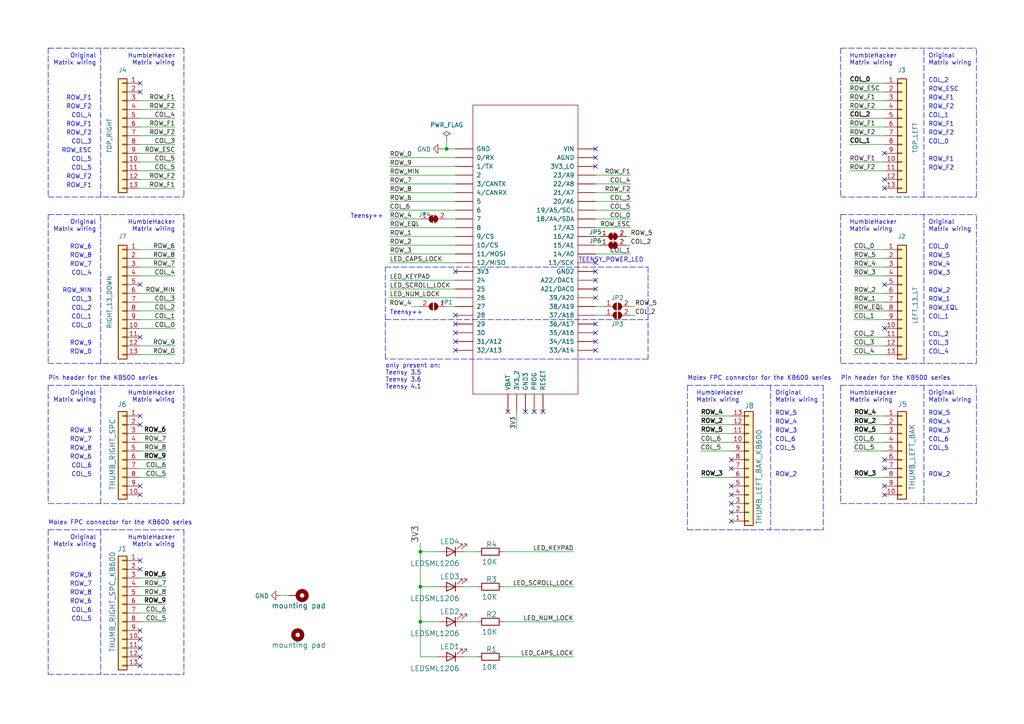
<source format=kicad_sch>
(kicad_sch (version 20211123) (generator eeschema)
  (paper "A4")
  (title_block (title "kinT keyboard controller") (date "2021-04-25") (company "Michael Stapelberg") (comment 1 "https://github.com/kinx-project/kint"))
  (lib_symbols
    (symbol "Connector_Generic:Conn_01x10" (pin_names (offset 1.016) hide)
      (property "Reference" "J" (at 0 12.7 0))
      (property "Value" "Conn_01x10" (at 0 -15.24 0))
      (symbol "Conn_01x10_1_1"
        (rectangle (start -1.27 -12.573) (end 0 -12.827) (stroke (width 0.1524)))
        (rectangle (start -1.27 -10.033) (end 0 -10.287) (stroke (width 0.1524)))
        (rectangle (start -1.27 -7.493) (end 0 -7.747) (stroke (width 0.1524)))
        (rectangle (start -1.27 -4.953) (end 0 -5.207) (stroke (width 0.1524)))
        (rectangle (start -1.27 -2.413) (end 0 -2.667) (stroke (width 0.1524)))
        (rectangle (start -1.27 0.127) (end 0 -0.127) (stroke (width 0.1524)))
        (rectangle (start -1.27 2.667) (end 0 2.413) (stroke (width 0.1524)))
        (rectangle (start -1.27 5.207) (end 0 4.953) (stroke (width 0.1524)))
        (rectangle (start -1.27 7.747) (end 0 7.493) (stroke (width 0.1524)))
        (rectangle (start -1.27 10.287) (end 0 10.033) (stroke (width 0.1524)))
        (rectangle (start -1.27 11.43) (end 1.27 -13.97) (stroke (width 0.254)) (fill (type background)))
        (pin passive line (at -5.08 10.16 0) (length 3.81) (name "Pin_1") (number "1"))
        (pin passive line (at -5.08 -12.7 0) (length 3.81) (name "Pin_10") (number "10"))
        (pin passive line (at -5.08 7.62 0) (length 3.81) (name "Pin_2") (number "2"))
        (pin passive line (at -5.08 5.08 0) (length 3.81) (name "Pin_3") (number "3"))
        (pin passive line (at -5.08 2.54 0) (length 3.81) (name "Pin_4") (number "4"))
        (pin passive line (at -5.08 0 0) (length 3.81) (name "Pin_5") (number "5"))
        (pin passive line (at -5.08 -2.54 0) (length 3.81) (name "Pin_6") (number "6"))
        (pin passive line (at -5.08 -5.08 0) (length 3.81) (name "Pin_7") (number "7"))
        (pin passive line (at -5.08 -7.62 0) (length 3.81) (name "Pin_8") (number "8"))
        (pin passive line (at -5.08 -10.16 0) (length 3.81) (name "Pin_9") (number "9"))
      )
    )
    (symbol "Connector_Generic:Conn_01x13" (pin_names (offset 1.016) hide)
      (property "Reference" "J" (at 0 17.78 0))
      (property "Value" "Conn_01x13" (at 0 -17.78 0))
      (symbol "Conn_01x13_1_1"
        (rectangle (start -1.27 -15.113) (end 0 -15.367) (stroke (width 0.1524)))
        (rectangle (start -1.27 -12.573) (end 0 -12.827) (stroke (width 0.1524)))
        (rectangle (start -1.27 -10.033) (end 0 -10.287) (stroke (width 0.1524)))
        (rectangle (start -1.27 -7.493) (end 0 -7.747) (stroke (width 0.1524)))
        (rectangle (start -1.27 -4.953) (end 0 -5.207) (stroke (width 0.1524)))
        (rectangle (start -1.27 -2.413) (end 0 -2.667) (stroke (width 0.1524)))
        (rectangle (start -1.27 0.127) (end 0 -0.127) (stroke (width 0.1524)))
        (rectangle (start -1.27 2.667) (end 0 2.413) (stroke (width 0.1524)))
        (rectangle (start -1.27 5.207) (end 0 4.953) (stroke (width 0.1524)))
        (rectangle (start -1.27 7.747) (end 0 7.493) (stroke (width 0.1524)))
        (rectangle (start -1.27 10.287) (end 0 10.033) (stroke (width 0.1524)))
        (rectangle (start -1.27 12.827) (end 0 12.573) (stroke (width 0.1524)))
        (rectangle (start -1.27 15.367) (end 0 15.113) (stroke (width 0.1524)))
        (rectangle (start -1.27 16.51) (end 1.27 -16.51) (stroke (width 0.254)) (fill (type background)))
        (pin passive line (at -5.08 15.24 0) (length 3.81) (name "Pin_1") (number "1"))
        (pin passive line (at -5.08 -7.62 0) (length 3.81) (name "Pin_10") (number "10"))
        (pin passive line (at -5.08 -10.16 0) (length 3.81) (name "Pin_11") (number "11"))
        (pin passive line (at -5.08 -12.7 0) (length 3.81) (name "Pin_12") (number "12"))
        (pin passive line (at -5.08 -15.24 0) (length 3.81) (name "Pin_13") (number "13"))
        (pin passive line (at -5.08 12.7 0) (length 3.81) (name "Pin_2") (number "2"))
        (pin passive line (at -5.08 10.16 0) (length 3.81) (name "Pin_3") (number "3"))
        (pin passive line (at -5.08 7.62 0) (length 3.81) (name "Pin_4") (number "4"))
        (pin passive line (at -5.08 5.08 0) (length 3.81) (name "Pin_5") (number "5"))
        (pin passive line (at -5.08 2.54 0) (length 3.81) (name "Pin_6") (number "6"))
        (pin passive line (at -5.08 0 0) (length 3.81) (name "Pin_7") (number "7"))
        (pin passive line (at -5.08 -2.54 0) (length 3.81) (name "Pin_8") (number "8"))
        (pin passive line (at -5.08 -5.08 0) (length 3.81) (name "Pin_9") (number "9"))
      )
    )
    (symbol "Device:LED" (pin_numbers hide) (pin_names (offset 1.016) hide)
      (property "Reference" "D" (at 0 2.54 0))
      (property "Value" "LED" (at 0 -2.54 0))
      (symbol "LED_0_1"
        (polyline (pts (xy -1.27 -1.27) (xy -1.27 1.27)) (stroke (width 0.254)))
        (polyline (pts (xy -1.27 0) (xy 1.27 0)))
        (polyline (pts (xy 1.27 -1.27) (xy 1.27 1.27) (xy -1.27 0) (xy 1.27 -1.27)) (stroke (width 0.254)))
        (polyline (pts (xy -3.048 -0.762) (xy -4.572 -2.286) (xy -3.81 -2.286) (xy -4.572 -2.286) (xy -4.572 -1.524)))
        (polyline (pts (xy -1.778 -0.762) (xy -3.302 -2.286) (xy -2.54 -2.286) (xy -3.302 -2.286) (xy -3.302 -1.524)))
      )
      (symbol "LED_1_1"
        (pin passive line (at -3.81 0 0) (length 2.54) (name "K") (number "1"))
        (pin passive line (at 3.81 0 180) (length 2.54) (name "A") (number "2"))
      )
    )
    (symbol "Device:R" (pin_numbers hide) (pin_names (offset 0))
      (property "Reference" "R" (at 2.032 0 90))
      (property "Value" "R" (at 0 0 90))
      (symbol "R_0_1"
        (rectangle (start -1.016 -2.54) (end 1.016 2.54) (stroke (width 0.254)))
      )
      (symbol "R_1_1"
        (pin passive line (at 0 3.81 270) (length 1.27) (name "~") (number "1"))
        (pin passive line (at 0 -3.81 90) (length 1.27) (name "~") (number "2"))
      )
    )
    (symbol "Jumper:SolderJumper_2_Bridged" (pin_names (offset 0) hide)
      (property "Reference" "JP" (at 0 2.032 0))
      (property "Value" "SolderJumper_2_Bridged" (at 0 -2.54 0))
      (symbol "SolderJumper_2_Bridged_0_1"
        (rectangle (start -0.508 0.508) (end 0.508 -0.508) (fill (type outline)))
        (arc (start -0.254 1.016) (mid -1.27 0) (end -0.254 -1.016))
        (arc (start -0.254 1.016) (mid -1.27 0) (end -0.254 -1.016) (fill (type outline)))
        (polyline (pts (xy -0.254 1.016) (xy -0.254 -1.016)))
        (polyline (pts (xy 0.254 1.016) (xy 0.254 -1.016)))
        (arc (start 0.254 -1.016) (mid 1.27 0) (end 0.254 1.016))
        (arc (start 0.254 -1.016) (mid 1.27 0) (end 0.254 1.016) (fill (type outline)))
      )
      (symbol "SolderJumper_2_Bridged_1_1"
        (pin passive line (at -3.81 0 0) (length 2.54) (name "A") (number "1"))
        (pin passive line (at 3.81 0 180) (length 2.54) (name "B") (number "2"))
      )
    )
    (symbol "Jumper:SolderJumper_2_Open" (pin_names (offset 0) hide)
      (property "Reference" "JP" (at 0 2.032 0))
      (property "Value" "SolderJumper_2_Open" (at 0 -2.54 0))
      (symbol "SolderJumper_2_Open_0_1"
        (arc (start -0.254 1.016) (mid -1.27 0) (end -0.254 -1.016))
        (arc (start -0.254 1.016) (mid -1.27 0) (end -0.254 -1.016) (fill (type outline)))
        (polyline (pts (xy -0.254 1.016) (xy -0.254 -1.016)))
        (polyline (pts (xy 0.254 1.016) (xy 0.254 -1.016)))
        (arc (start 0.254 -1.016) (mid 1.27 0) (end 0.254 1.016))
        (arc (start 0.254 -1.016) (mid 1.27 0) (end 0.254 1.016) (fill (type outline)))
      )
      (symbol "SolderJumper_2_Open_1_1"
        (pin passive line (at -3.81 0 0) (length 2.54) (name "A") (number "1"))
        (pin passive line (at 3.81 0 180) (length 2.54) (name "B") (number "2"))
      )
    )
    (symbol "Mechanical:MountingHole" (pin_names (offset 1.016))
      (property "Reference" "H" (at 0 5.08 0))
      (property "Value" "MountingHole" (at 0 3.175 0))
      (symbol "MountingHole_0_1"
        (circle (center 0 0) (radius 1.27) (stroke (width 1.27)))
      )
    )
    (symbol "Mechanical:MountingHole_Pad" (pin_numbers hide) (pin_names (offset 1.016) hide)
      (property "Reference" "H" (at 0 6.35 0))
      (property "Value" "MountingHole_Pad" (at 0 4.445 0))
      (symbol "MountingHole_Pad_0_1"
        (circle (center 0 1.27) (radius 1.27) (stroke (width 1.27)))
      )
      (symbol "MountingHole_Pad_1_1"
        (pin input line (at 0 -2.54 90) (length 2.54) (name "1") (number "1"))
      )
    )
    (symbol "kinx-eagle-import:TEENSY_3.5_3.6" (pin_names (offset 1.016))
      (symbol "TEENSY_3.5_3.6_1_0"
        (polyline (pts (xy -15.24 -58.42) (xy 15.24 -58.42)))
        (polyline (pts (xy -15.24 25.4) (xy -15.24 -58.42)))
        (polyline (pts (xy -15.24 25.4) (xy 15.24 25.4)))
        (polyline (pts (xy 15.24 25.4) (xy 15.24 -58.42)))
        (pin bidirectional line (at -20.32 10.16 0) (length 5.08) (name "0/RX") (number "0/RX"))
        (pin bidirectional line (at -20.32 7.62 0) (length 5.08) (name "1/TX") (number "1/TX"))
        (pin bidirectional line (at -20.32 -15.24 0) (length 5.08) (name "10/CS") (number "10/CS"))
        (pin bidirectional line (at -20.32 -17.78 0) (length 5.08) (name "11/MOSI") (number "11/MOSI"))
        (pin bidirectional line (at -20.32 -20.32 0) (length 5.08) (name "12/MISO") (number "12/MISO"))
        (pin bidirectional line (at 20.32 -20.32 180) (length 5.08) (name "13/SCK") (number "13/SCK"))
        (pin bidirectional line (at 20.32 -17.78 180) (length 5.08) (name "14/A0") (number "14/A0"))
        (pin bidirectional line (at 20.32 -15.24 180) (length 5.08) (name "15/A1") (number "15/A1"))
        (pin bidirectional line (at 20.32 -12.7 180) (length 5.08) (name "16/A2") (number "16/A2"))
        (pin bidirectional line (at 20.32 -10.16 180) (length 5.08) (name "17/A3") (number "17/A3"))
        (pin bidirectional line (at 20.32 -7.62 180) (length 5.08) (name "18/A4/SDA") (number "18/A4/SDA"))
        (pin bidirectional line (at 20.32 -5.08 180) (length 5.08) (name "19/A5/SCL") (number "19/A5/SCL"))
        (pin bidirectional line (at -20.32 5.08 0) (length 5.08) (name "2") (number "2"))
        (pin bidirectional line (at 20.32 -2.54 180) (length 5.08) (name "20/A6") (number "20/A6"))
        (pin bidirectional line (at 20.32 0 180) (length 5.08) (name "21/A7") (number "21/A7"))
        (pin bidirectional line (at 20.32 -27.94 180) (length 5.08) (name "A21/DAC0") (number "21/DAC0"))
        (pin bidirectional line (at 20.32 2.54 180) (length 5.08) (name "22/A8") (number "22/A8"))
        (pin bidirectional line (at 20.32 5.08 180) (length 5.08) (name "23/A9") (number "23/A9"))
        (pin bidirectional line (at -20.32 -25.4 0) (length 5.08) (name "24") (number "24"))
        (pin bidirectional line (at -20.32 -27.94 0) (length 5.08) (name "25") (number "25"))
        (pin bidirectional line (at -20.32 -30.48 0) (length 5.08) (name "26") (number "26"))
        (pin bidirectional line (at -20.32 -33.02 0) (length 5.08) (name "27") (number "27"))
        (pin bidirectional line (at -20.32 -35.56 0) (length 5.08) (name "28") (number "28"))
        (pin bidirectional line (at -20.32 -38.1 0) (length 5.08) (name "29") (number "29"))
        (pin bidirectional line (at -20.32 2.54 0) (length 5.08) (name "3/CANTX") (number "3/CANTX"))
        (pin bidirectional line (at -20.32 -40.64 0) (length 5.08) (name "30") (number "30"))
        (pin bidirectional line (at -20.32 -43.18 0) (length 5.08) (name "31/A12") (number "31/A12"))
        (pin bidirectional line (at -20.32 -45.72 0) (length 5.08) (name "32/A13") (number "32/A13"))
        (pin bidirectional line (at 20.32 -45.72 180) (length 5.08) (name "33/A14") (number "33/A14"))
        (pin bidirectional line (at 20.32 -43.18 180) (length 5.08) (name "34/A15") (number "34/A15"))
        (pin bidirectional line (at 20.32 -40.64 180) (length 5.08) (name "35/A16") (number "35/A16"))
        (pin bidirectional line (at 20.32 -38.1 180) (length 5.08) (name "36/A17") (number "36/A17"))
        (pin bidirectional line (at 20.32 -35.56 180) (length 5.08) (name "37/A18") (number "37/A18"))
        (pin bidirectional line (at 20.32 -33.02 180) (length 5.08) (name "38/A19") (number "38/A19"))
        (pin bidirectional line (at 20.32 -30.48 180) (length 5.08) (name "39/A20") (number "39/A20"))
        (pin bidirectional line (at -20.32 -22.86 0) (length 5.08) (name "3V3") (number "3V3"))
        (pin bidirectional line (at -2.54 -63.5 90) (length 5.08) (name "3V3_2") (number "3V3_2"))
        (pin bidirectional line (at 20.32 7.62 180) (length 5.08) (name "3V3_LO") (number "3V3_LO"))
        (pin bidirectional line (at -20.32 0 0) (length 5.08) (name "4/CANRX") (number "4/CANRX"))
        (pin bidirectional line (at -20.32 -2.54 0) (length 5.08) (name "5") (number "5"))
        (pin bidirectional line (at -20.32 -5.08 0) (length 5.08) (name "6") (number "6"))
        (pin bidirectional line (at -20.32 -7.62 0) (length 5.08) (name "7") (number "7"))
        (pin bidirectional line (at -20.32 -10.16 0) (length 5.08) (name "8") (number "8"))
        (pin bidirectional line (at -20.32 -12.7 0) (length 5.08) (name "9/CS") (number "9/CS"))
        (pin bidirectional line (at 20.32 -25.4 180) (length 5.08) (name "A22/DAC1") (number "A22/DAC1"))
        (pin bidirectional line (at 20.32 10.16 180) (length 5.08) (name "AGND") (number "AGND"))
        (pin bidirectional line (at -20.32 12.7 0) (length 5.08) (name "GND") (number "GND"))
        (pin bidirectional line (at 20.32 -22.86 180) (length 5.08) (name "GND2") (number "GND2"))
        (pin bidirectional line (at 0 -63.5 90) (length 5.08) (name "GND3") (number "GND3"))
        (pin bidirectional line (at 2.54 -63.5 90) (length 5.08) (name "PROG") (number "PROG"))
        (pin bidirectional line (at 5.08 -63.5 90) (length 5.08) (name "RESET") (number "RESET"))
        (pin bidirectional line (at -5.08 -63.5 90) (length 5.08) (name "VBAT") (number "VBAT"))
        (pin bidirectional line (at 20.32 12.7 180) (length 5.08) (name "VIN") (number "VIN"))
      )
    )
    (symbol "power:GND" (power) (pin_names (offset 0))
      (property "Value" "GND" (at 0 -3.81 0))
      (symbol "GND_0_1"
        (polyline (pts (xy 0 0) (xy 0 -1.27) (xy 1.27 -1.27) (xy 0 -2.54) (xy -1.27 -1.27) (xy 0 -1.27)))
      )
      (symbol "GND_1_1"
        (pin power_in line (at 0 0 270) (length 0) hide (name "GND") (number "1"))
      )
    )
    (symbol "power:PWR_FLAG" (power) (pin_numbers hide) (pin_names (offset 0) hide)
      (property "Value" "PWR_FLAG" (at 0 3.81 0))
      (symbol "PWR_FLAG_0_0"
        (pin power_out line (at 0 0 90) (length 0) (name "pwr") (number "1"))
      )
      (symbol "PWR_FLAG_0_1"
        (polyline (pts (xy 0 0) (xy 0 1.27) (xy -1.016 1.905) (xy 0 2.54) (xy 1.016 1.905) (xy 0 1.27)))
      )
    )
  )
  (junction (at 121.92 170.18))
  (junction (at 121.92 160.02))
  (junction (at 121.92 180.34))
  (junction (at 129.54 43.18))
  (no_connect (at 172.72 78.74))
  (no_connect (at 172.72 86.36))
  (no_connect (at 256.54 52.07))
  (no_connect (at 256.54 133.35))
  (no_connect (at 172.72 81.28))
  (no_connect (at 256.54 143.51))
  (no_connect (at 212.09 135.89))
  (no_connect (at 212.09 143.51))
  (no_connect (at 172.72 96.52))
  (no_connect (at 256.54 140.97))
  (no_connect (at 212.09 146.05))
  (no_connect (at 132.08 99.06))
  (no_connect (at 40.64 182.88))
  (no_connect (at 256.54 54.61))
  (no_connect (at 40.64 26.67))
  (no_connect (at 172.72 48.26))
  (no_connect (at 172.72 93.98))
  (no_connect (at 256.54 44.45))
  (no_connect (at 132.08 101.6))
  (no_connect (at 40.64 143.51))
  (no_connect (at 172.72 83.82))
  (no_connect (at 40.64 140.97))
  (no_connect (at 172.72 43.18))
  (no_connect (at 132.08 91.44))
  (no_connect (at 40.64 187.96))
  (no_connect (at 212.09 151.13))
  (no_connect (at 212.09 148.59))
  (no_connect (at 40.64 97.79))
  (no_connect (at 147.32 119.38))
  (no_connect (at 256.54 82.55))
  (no_connect (at 132.08 78.74))
  (no_connect (at 40.64 165.1))
  (no_connect (at 132.08 93.98))
  (no_connect (at 172.72 76.2))
  (no_connect (at 212.09 133.35))
  (no_connect (at 40.64 24.13))
  (no_connect (at 40.64 190.5))
  (no_connect (at 172.72 101.6))
  (no_connect (at 154.94 119.38))
  (no_connect (at 172.72 99.06))
  (no_connect (at 132.08 96.52))
  (no_connect (at 40.64 82.55))
  (no_connect (at 40.64 123.19))
  (no_connect (at 152.4 119.38))
  (no_connect (at 256.54 135.89))
  (no_connect (at 40.64 185.42))
  (no_connect (at 40.64 162.56))
  (no_connect (at 40.64 193.04))
  (no_connect (at 256.54 95.25))
  (no_connect (at 172.72 45.72))
  (no_connect (at 212.09 140.97))
  (no_connect (at 40.64 120.65))
  (no_connect (at 157.48 119.38))
  (wire (pts (xy 48.26 175.26) (xy 40.64 175.26)))
  (polyline (pts (xy 13.97 146.05) (xy 53.34 146.05)))
  (wire (pts (xy 246.38 34.29) (xy 256.54 34.29)))
  (wire (pts (xy 182.88 63.5) (xy 172.72 63.5)))
  (wire (pts (xy 134.62 190.5) (xy 138.43 190.5)))
  (wire (pts (xy 40.64 44.45) (xy 50.8 44.45)))
  (wire (pts (xy 113.03 81.28) (xy 132.08 81.28)))
  (polyline (pts (xy 243.84 62.23) (xy 243.84 105.41)))
  (wire (pts (xy 40.64 135.89) (xy 48.26 135.89)))
  (wire (pts (xy 121.92 160.02) (xy 121.92 157.48)))
  (wire (pts (xy 50.8 52.07) (xy 40.64 52.07)))
  (wire (pts (xy 132.08 58.42) (xy 113.03 58.42)))
  (wire (pts (xy 246.38 46.99) (xy 256.54 46.99)))
  (wire (pts (xy 48.26 180.34) (xy 40.64 180.34)))
  (wire (pts (xy 203.2 125.73) (xy 212.09 125.73)))
  (polyline (pts (xy 13.97 13.97) (xy 13.97 57.15)))
  (wire (pts (xy 184.15 88.9) (xy 182.88 88.9)))
  (polyline (pts (xy 283.21 57.15) (xy 283.21 13.97)))
  (wire (pts (xy 50.8 72.39) (xy 40.64 72.39)))
  (wire (pts (xy 246.38 31.75) (xy 256.54 31.75)))
  (polyline (pts (xy 29.21 57.15) (xy 29.21 13.97)))
  (polyline (pts (xy 111.76 77.47) (xy 187.96 77.47)))
  (wire (pts (xy 50.8 90.17) (xy 40.64 90.17)))
  (wire (pts (xy 246.38 36.83) (xy 256.54 36.83)))
  (polyline (pts (xy 223.52 111.76) (xy 223.52 153.67)))
  (wire (pts (xy 132.08 86.36) (xy 113.03 86.36)))
  (polyline (pts (xy 53.34 153.67) (xy 53.34 195.58)))
  (wire (pts (xy 113.03 76.2) (xy 132.08 76.2)))
  (wire (pts (xy 134.62 160.02) (xy 138.43 160.02)))
  (wire (pts (xy 247.65 125.73) (xy 256.54 125.73)))
  (wire (pts (xy 203.2 130.81) (xy 212.09 130.81)))
  (wire (pts (xy 50.8 102.87) (xy 40.64 102.87)))
  (wire (pts (xy 247.65 72.39) (xy 256.54 72.39)))
  (wire (pts (xy 81.28 172.72) (xy 83.82 172.72)))
  (polyline (pts (xy 53.34 13.97) (xy 53.34 57.15)))
  (polyline (pts (xy 199.39 111.76) (xy 199.39 153.67)))
  (wire (pts (xy 129.54 43.18) (xy 132.08 43.18)))
  (polyline (pts (xy 267.97 62.23) (xy 267.97 105.41)))
  (wire (pts (xy 146.05 160.02) (xy 166.37 160.02)))
  (wire (pts (xy 132.08 71.12) (xy 113.03 71.12)))
  (wire (pts (xy 40.64 49.53) (xy 50.8 49.53)))
  (wire (pts (xy 119.38 88.9) (xy 121.92 88.9)))
  (wire (pts (xy 247.65 100.33) (xy 256.54 100.33)))
  (wire (pts (xy 175.26 91.44) (xy 172.72 91.44)))
  (wire (pts (xy 212.09 123.19) (xy 203.2 123.19)))
  (polyline (pts (xy 243.84 13.97) (xy 243.84 57.15)))
  (wire (pts (xy 40.64 31.75) (xy 50.8 31.75)))
  (polyline (pts (xy 243.84 111.76) (xy 283.21 111.76)))
  (polyline (pts (xy 13.97 105.41) (xy 53.34 105.41)))
  (polyline (pts (xy 187.96 104.14) (xy 111.76 104.14)))
  (wire (pts (xy 203.2 120.65) (xy 212.09 120.65)))
  (wire (pts (xy 247.65 77.47) (xy 256.54 77.47)))
  (wire (pts (xy 113.03 68.58) (xy 132.08 68.58)))
  (wire (pts (xy 50.8 74.93) (xy 40.64 74.93)))
  (wire (pts (xy 173.99 71.12) (xy 172.72 71.12)))
  (polyline (pts (xy 243.84 13.97) (xy 283.21 13.97)))
  (wire (pts (xy 247.65 97.79) (xy 256.54 97.79)))
  (wire (pts (xy 175.26 88.9) (xy 172.72 88.9)))
  (wire (pts (xy 247.65 102.87) (xy 256.54 102.87)))
  (wire (pts (xy 121.92 160.02) (xy 121.92 170.18)))
  (polyline (pts (xy 243.84 57.15) (xy 283.21 57.15)))
  (wire (pts (xy 128.27 43.18) (xy 129.54 43.18)))
  (wire (pts (xy 146.05 190.5) (xy 166.37 190.5)))
  (wire (pts (xy 40.64 36.83) (xy 50.8 36.83)))
  (polyline (pts (xy 267.97 57.15) (xy 267.97 13.97)))
  (polyline (pts (xy 13.97 153.67) (xy 53.34 153.67)))
  (polyline (pts (xy 29.21 105.41) (xy 29.21 62.23)))
  (polyline (pts (xy 187.96 77.47) (xy 187.96 104.14)))
  (wire (pts (xy 127 160.02) (xy 121.92 160.02)))
  (wire (pts (xy 40.64 46.99) (xy 50.8 46.99)))
  (wire (pts (xy 48.26 133.35) (xy 40.64 133.35)))
  (wire (pts (xy 132.08 53.34) (xy 113.03 53.34)))
  (wire (pts (xy 182.88 73.66) (xy 172.72 73.66)))
  (wire (pts (xy 48.26 125.73) (xy 40.64 125.73)))
  (wire (pts (xy 48.26 138.43) (xy 40.64 138.43)))
  (wire (pts (xy 182.88 91.44) (xy 184.15 91.44)))
  (wire (pts (xy 246.38 29.21) (xy 256.54 29.21)))
  (wire (pts (xy 48.26 172.72) (xy 40.64 172.72)))
  (wire (pts (xy 129.54 40.64) (xy 129.54 43.18)))
  (polyline (pts (xy 13.97 153.67) (xy 13.97 195.58)))
  (wire (pts (xy 182.88 58.42) (xy 172.72 58.42)))
  (wire (pts (xy 50.8 100.33) (xy 40.64 100.33)))
  (wire (pts (xy 113.03 45.72) (xy 132.08 45.72)))
  (wire (pts (xy 246.38 24.13) (xy 256.54 24.13)))
  (wire (pts (xy 127 180.34) (xy 121.92 180.34)))
  (polyline (pts (xy 199.39 111.76) (xy 238.76 111.76)))
  (polyline (pts (xy 13.97 62.23) (xy 53.34 62.23)))
  (polyline (pts (xy 267.97 111.76) (xy 267.97 146.05)))
  (wire (pts (xy 113.03 50.8) (xy 132.08 50.8)))
  (wire (pts (xy 40.64 41.91) (xy 50.8 41.91)))
  (wire (pts (xy 182.88 68.58) (xy 181.61 68.58)))
  (polyline (pts (xy 243.84 146.05) (xy 283.21 146.05)))
  (wire (pts (xy 149.86 124.46) (xy 149.86 119.38)))
  (wire (pts (xy 40.64 77.47) (xy 50.8 77.47)))
  (polyline (pts (xy 283.21 146.05) (xy 283.21 111.76)))
  (wire (pts (xy 121.92 170.18) (xy 121.92 180.34)))
  (wire (pts (xy 132.08 48.26) (xy 113.03 48.26)))
  (polyline (pts (xy 53.34 146.05) (xy 53.34 111.76)))
  (wire (pts (xy 127 170.18) (xy 121.92 170.18)))
  (wire (pts (xy 146.05 170.18) (xy 166.37 170.18)))
  (wire (pts (xy 50.8 80.01) (xy 40.64 80.01)))
  (wire (pts (xy 50.8 87.63) (xy 40.64 87.63)))
  (wire (pts (xy 40.64 29.21) (xy 50.8 29.21)))
  (wire (pts (xy 134.62 180.34) (xy 138.43 180.34)))
  (wire (pts (xy 48.26 130.81) (xy 40.64 130.81)))
  (wire (pts (xy 48.26 170.18) (xy 40.64 170.18)))
  (wire (pts (xy 50.8 34.29) (xy 40.64 34.29)))
  (wire (pts (xy 113.03 66.04) (xy 132.08 66.04)))
  (wire (pts (xy 246.38 39.37) (xy 256.54 39.37)))
  (wire (pts (xy 50.8 54.61) (xy 40.64 54.61)))
  (polyline (pts (xy 13.97 195.58) (xy 53.34 195.58)))
  (wire (pts (xy 113.03 73.66) (xy 132.08 73.66)))
  (wire (pts (xy 173.99 68.58) (xy 172.72 68.58)))
  (wire (pts (xy 247.65 120.65) (xy 256.54 120.65)))
  (wire (pts (xy 113.03 55.88) (xy 132.08 55.88)))
  (wire (pts (xy 182.88 53.34) (xy 172.72 53.34)))
  (wire (pts (xy 48.26 167.64) (xy 40.64 167.64)))
  (wire (pts (xy 256.54 138.43) (xy 247.65 138.43)))
  (wire (pts (xy 247.65 87.63) (xy 256.54 87.63)))
  (wire (pts (xy 129.54 88.9) (xy 132.08 88.9)))
  (polyline (pts (xy 13.97 13.97) (xy 53.34 13.97)))
  (polyline (pts (xy 111.76 92.71) (xy 187.96 92.71)))
  (polyline (pts (xy 29.21 153.67) (xy 29.21 195.58)))
  (wire (pts (xy 247.65 90.17) (xy 256.54 90.17)))
  (wire (pts (xy 121.92 190.5) (xy 127 190.5)))
  (wire (pts (xy 40.64 92.71) (xy 50.8 92.71)))
  (wire (pts (xy 246.38 49.53) (xy 256.54 49.53)))
  (wire (pts (xy 182.88 60.96) (xy 172.72 60.96)))
  (polyline (pts (xy 243.84 111.76) (xy 243.84 146.05)))
  (wire (pts (xy 48.26 128.27) (xy 40.64 128.27)))
  (polyline (pts (xy 283.21 105.41) (xy 283.21 62.23)))
  (wire (pts (xy 246.38 41.91) (xy 256.54 41.91)))
  (wire (pts (xy 247.65 130.81) (xy 256.54 130.81)))
  (wire (pts (xy 247.65 92.71) (xy 256.54 92.71)))
  (polyline (pts (xy 13.97 62.23) (xy 13.97 105.41)))
  (polyline (pts (xy 199.39 153.67) (xy 238.76 153.67)))
  (wire (pts (xy 181.61 71.12) (xy 182.88 71.12)))
  (polyline (pts (xy 238.76 111.76) (xy 238.76 153.67)))
  (wire (pts (xy 121.92 180.34) (xy 121.92 190.5)))
  (polyline (pts (xy 53.34 62.23) (xy 53.34 105.41)))
  (wire (pts (xy 113.03 60.96) (xy 132.08 60.96)))
  (polyline (pts (xy 13.97 57.15) (xy 53.34 57.15)))
  (wire (pts (xy 246.38 26.67) (xy 256.54 26.67)))
  (wire (pts (xy 48.26 177.8) (xy 40.64 177.8)))
  (polyline (pts (xy 29.21 146.05) (xy 29.21 111.76)))
  (wire (pts (xy 182.88 55.88) (xy 172.72 55.88)))
  (wire (pts (xy 50.8 95.25) (xy 40.64 95.25)))
  (wire (pts (xy 212.09 138.43) (xy 203.2 138.43)))
  (polyline (pts (xy 243.84 62.23) (xy 283.21 62.23)))
  (wire (pts (xy 182.88 50.8) (xy 172.72 50.8)))
  (wire (pts (xy 113.03 63.5) (xy 121.92 63.5)))
  (polyline (pts (xy 243.84 105.41) (xy 283.21 105.41)))
  (wire (pts (xy 40.64 39.37) (xy 50.8 39.37)))
  (polyline (pts (xy 111.76 104.14) (xy 111.76 77.47)))
  (wire (pts (xy 212.09 128.27) (xy 203.2 128.27)))
  (wire (pts (xy 129.54 63.5) (xy 132.08 63.5)))
  (wire (pts (xy 247.65 85.09) (xy 256.54 85.09)))
  (wire (pts (xy 134.62 170.18) (xy 138.43 170.18)))
  (wire (pts (xy 247.65 80.01) (xy 256.54 80.01)))
  (wire (pts (xy 182.88 66.04) (xy 172.72 66.04)))
  (polyline (pts (xy 13.97 111.76) (xy 53.34 111.76)))
  (wire (pts (xy 256.54 128.27) (xy 247.65 128.27)))
  (wire (pts (xy 247.65 74.93) (xy 256.54 74.93)))
  (wire (pts (xy 146.05 180.34) (xy 166.37 180.34)))
  (wire (pts (xy 113.03 83.82) (xy 132.08 83.82)))
  (polyline (pts (xy 13.97 111.76) (xy 13.97 146.05)))
  (wire (pts (xy 256.54 123.19) (xy 247.65 123.19)))
  (wire (pts (xy 50.8 85.09) (xy 40.64 85.09)))
  (text "COL_1" (at 26.67 92.71 180) (effects (font (size 1.27 1.27)) (justify right bottom)))
  (text "HumbleHacker\nMatrix wiring" (at 50.8 19.05 180) (effects (font (size 1.27 1.27)) (justify right bottom)))
  (text "ROW_6" (at 26.67 133.35 180) (effects (font (size 1.27 1.27)) (justify right bottom)))
  (text "COL_5" (at 26.67 180.34 180) (effects (font (size 1.27 1.27)) (justify right bottom)))
  (text "ROW_3" (at 269.24 80.01 0) (effects (font (size 1.27 1.27)) (justify left bottom)))
  (text "COL_6" (at 269.24 128.27 0) (effects (font (size 1.27 1.27)) (justify left bottom)))
  (text "ROW_F2" (at 269.24 31.75 0) (effects (font (size 1.27 1.27)) (justify left bottom)))
  (text "ROW_7" (at 26.67 77.47 180) (effects (font (size 1.27 1.27)) (justify right bottom)))
  (text "ROW_ESC" (at 26.67 44.45 180) (effects (font (size 1.27 1.27)) (justify right bottom)))
  (text "Pin header for the KB500 series" (at 243.84 110.49 0) (effects (font (size 1.27 1.27)) (justify left bottom)))
  (text "ROW_8" (at 26.67 172.72 180) (effects (font (size 1.27 1.27)) (justify right bottom)))
  (text "ROW_F1" (at 269.24 36.83 0) (effects (font (size 1.27 1.27)) (justify left bottom)))
  (text "only present on:\nTeensy 3.5\nTeensy 3.6\nTeensy 4.1" (at 111.76 113.03 0) (effects (font (size 1.27 1.27)) (justify left bottom)))
  (text "HumbleHacker\nMatrix wiring" (at 246.38 19.05 0) (effects (font (size 1.27 1.27)) (justify left bottom)))
  (text "COL_5" (at 269.24 130.81 0) (effects (font (size 1.27 1.27)) (justify left bottom)))
  (text "ROW_F1" (at 269.24 29.21 0) (effects (font (size 1.27 1.27)) (justify left bottom)))
  (text "ROW_MIN" (at 26.67 85.09 180) (effects (font (size 1.27 1.27)) (justify right bottom)))
  (text "ROW_3" (at 269.24 125.73 0) (effects (font (size 1.27 1.27)) (justify left bottom)))
  (text "ROW_9" (at 26.67 125.73 180) (effects (font (size 1.27 1.27)) (justify right bottom)))
  (text "COL_2" (at 26.67 90.17 180) (effects (font (size 1.27 1.27)) (justify right bottom)))
  (text "COL_5" (at 26.67 49.53 180) (effects (font (size 1.27 1.27)) (justify right bottom)))
  (text "HumbleHacker\nMatrix wiring" (at 50.8 67.31 180) (effects (font (size 1.27 1.27)) (justify right bottom)))
  (text "Pin header for the KB500 series" (at 13.97 110.49 0) (effects (font (size 1.27 1.27)) (justify left bottom)))
  (text "COL_5" (at 224.79 130.81 0) (effects (font (size 1.27 1.27)) (justify left bottom)))
  (text "ROW_4" (at 269.24 123.19 0) (effects (font (size 1.27 1.27)) (justify left bottom)))
  (text "ROW_2" (at 269.24 85.09 0) (effects (font (size 1.27 1.27)) (justify left bottom)))
  (text "ROW_F2" (at 269.24 49.53 0) (effects (font (size 1.27 1.27)) (justify left bottom)))
  (text "Teensy++" (at 113.03 91.44 0) (effects (font (size 1.27 1.27)) (justify left bottom)))
  (text "HumbleHacker\nMatrix wiring" (at 50.8 116.84 180) (effects (font (size 1.27 1.27)) (justify right bottom)))
  (text "ROW_5" (at 269.24 74.93 0) (effects (font (size 1.27 1.27)) (justify left bottom)))
  (text "ROW_F2" (at 26.67 31.75 180) (effects (font (size 1.27 1.27)) (justify right bottom)))
  (text "HumbleHacker\nMatrix wiring" (at 246.38 116.84 0) (effects (font (size 1.27 1.27)) (justify left bottom)))
  (text "ROW_F1" (at 26.67 29.21 180) (effects (font (size 1.27 1.27)) (justify right bottom)))
  (text "ROW_F1" (at 26.67 36.83 180) (effects (font (size 1.27 1.27)) (justify right bottom)))
  (text "ROW_6" (at 26.67 72.39 180) (effects (font (size 1.27 1.27)) (justify right bottom)))
  (text "Original\nMatrix wiring" (at 27.94 158.75 180) (effects (font (size 1.27 1.27)) (justify right bottom)))
  (text "COL_4" (at 269.24 102.87 0) (effects (font (size 1.27 1.27)) (justify left bottom)))
  (text "COL_0" (at 269.24 72.39 0) (effects (font (size 1.27 1.27)) (justify left bottom)))
  (text "HumbleHacker\nMatrix wiring" (at 246.38 67.31 0) (effects (font (size 1.27 1.27)) (justify left bottom)))
  (text "Original\nMatrix wiring" (at 269.24 67.31 0) (effects (font (size 1.27 1.27)) (justify left bottom)))
  (text "Molex FPC connector for the KB600 series" (at 199.39 110.49 0) (effects (font (size 1.27 1.27)) (justify left bottom)))
  (text "Original\nMatrix wiring" (at 27.94 19.05 180) (effects (font (size 1.27 1.27)) (justify right bottom)))
  (text "ROW_9" (at 26.67 100.33 180) (effects (font (size 1.27 1.27)) (justify right bottom)))
  (text "COL_6" (at 26.67 177.8 180) (effects (font (size 1.27 1.27)) (justify right bottom)))
  (text "Original\nMatrix wiring" (at 269.24 116.84 0) (effects (font (size 1.27 1.27)) (justify left bottom)))
  (text "TEENSY_POWER_LED" (at 186.69 76.2 180) (effects (font (size 1.27 1.27)) (justify right bottom)))
  (text "COL_4" (at 26.67 34.29 180) (effects (font (size 1.27 1.27)) (justify right bottom)))
  (text "COL_6" (at 26.67 135.89 180) (effects (font (size 1.27 1.27)) (justify right bottom)))
  (text "COL_1" (at 269.24 92.71 0) (effects (font (size 1.27 1.27)) (justify left bottom)))
  (text "Original\nMatrix wiring" (at 27.94 67.31 180) (effects (font (size 1.27 1.27)) (justify right bottom)))
  (text "HumbleHacker\nMatrix wiring" (at 201.93 116.84 0) (effects (font (size 1.27 1.27)) (justify left bottom)))
  (text "COL_4" (at 26.67 80.01 180) (effects (font (size 1.27 1.27)) (justify right bottom)))
  (text "ROW_2" (at 224.79 138.43 0) (effects (font (size 1.27 1.27)) (justify left bottom)))
  (text "ROW_8" (at 26.67 130.81 180) (effects (font (size 1.27 1.27)) (justify right bottom)))
  (text "COL_3" (at 26.67 87.63 180) (effects (font (size 1.27 1.27)) (justify right bottom)))
  (text "ROW_F2" (at 26.67 39.37 180) (effects (font (size 1.27 1.27)) (justify right bottom)))
  (text "ROW_7" (at 26.67 170.18 180) (effects (font (size 1.27 1.27)) (justify right bottom)))
  (text "ROW_F1" (at 269.24 46.99 0) (effects (font (size 1.27 1.27)) (justify left bottom)))
  (text "ROW_4" (at 224.79 123.19 0) (effects (font (size 1.27 1.27)) (justify left bottom)))
  (text "ROW_2" (at 269.24 138.43 0) (effects (font (size 1.27 1.27)) (justify left bottom)))
  (text "ROW_3" (at 224.79 125.73 0) (effects (font (size 1.27 1.27)) (justify left bottom)))
  (text "COL_3" (at 26.67 41.91 180) (effects (font (size 1.27 1.27)) (justify right bottom)))
  (text "COL_1" (at 269.24 34.29 0) (effects (font (size 1.27 1.27)) (justify left bottom)))
  (text "COL_2" (at 269.24 97.79 0) (effects (font (size 1.27 1.27)) (justify left bottom)))
  (text "ROW_6" (at 26.67 175.26 180) (effects (font (size 1.27 1.27)) (justify right bottom)))
  (text "ROW_4" (at 269.24 77.47 0) (effects (font (size 1.27 1.27)) (justify left bottom)))
  (text "COL_3" (at 269.24 100.33 0) (effects (font (size 1.27 1.27)) (justify left bottom)))
  (text "Molex FPC connector for the KB600 series" (at 13.97 152.4 0) (effects (font (size 1.27 1.27)) (justify left bottom)))
  (text "COL_2" (at 269.24 24.13 0) (effects (font (size 1.27 1.27)) (justify left bottom)))
  (text "COL_5" (at 26.67 138.43 180) (effects (font (size 1.27 1.27)) (justify right bottom)))
  (text "ROW_8" (at 26.67 74.93 180) (effects (font (size 1.27 1.27)) (justify right bottom)))
  (text "ROW_ESC" (at 269.24 26.67 0) (effects (font (size 1.27 1.27)) (justify left bottom)))
  (text "ROW_5" (at 269.24 120.65 0) (effects (font (size 1.27 1.27)) (justify left bottom)))
  (text "ROW_9" (at 26.67 167.64 180) (effects (font (size 1.27 1.27)) (justify right bottom)))
  (text "ROW_F2" (at 269.24 39.37 0) (effects (font (size 1.27 1.27)) (justify left bottom)))
  (text "COL_5" (at 26.67 46.99 180) (effects (font (size 1.27 1.27)) (justify right bottom)))
  (text "Original\nMatrix wiring" (at 27.94 116.84 180) (effects (font (size 1.27 1.27)) (justify right bottom)))
  (text "COL_6" (at 224.79 128.27 0) (effects (font (size 1.27 1.27)) (justify left bottom)))
  (text "Original\nMatrix wiring" (at 269.24 19.05 0) (effects (font (size 1.27 1.27)) (justify left bottom)))
  (text "COL_0" (at 269.24 41.91 0) (effects (font (size 1.27 1.27)) (justify left bottom)))
  (text "ROW_5" (at 224.79 120.65 0) (effects (font (size 1.27 1.27)) (justify left bottom)))
  (text "ROW_F1" (at 26.67 54.61 180) (effects (font (size 1.27 1.27)) (justify right bottom)))
  (text "ROW_7" (at 26.67 128.27 180) (effects (font (size 1.27 1.27)) (justify right bottom)))
  (text "ROW_EQL" (at 269.24 90.17 0) (effects (font (size 1.27 1.27)) (justify left bottom)))
  (text "ROW_0" (at 26.67 102.87 180) (effects (font (size 1.27 1.27)) (justify right bottom)))
  (text "Teensy++" (at 101.6 63.5 0) (effects (font (size 1.27 1.27)) (justify left bottom)))
  (text "COL_0" (at 26.67 95.25 180) (effects (font (size 1.27 1.27)) (justify right bottom)))
  (text "ROW_1" (at 269.24 87.63 0) (effects (font (size 1.27 1.27)) (justify left bottom)))
  (text "Original\nMatrix wiring" (at 224.79 116.84 0) (effects (font (size 1.27 1.27)) (justify left bottom)))
  (text "ROW_F2" (at 26.67 52.07 180) (effects (font (size 1.27 1.27)) (justify right bottom)))
  (text "HumbleHacker\nMatrix wiring" (at 50.8 158.75 180) (effects (font (size 1.27 1.27)) (justify right bottom)))
  (label "COL_6" (at 113.03 60.96 0))
  (label "ROW_1" (at 113.03 68.58 0))
  (label "COL_0" (at 247.65 72.39 0))
  (label "ROW_2" (at 113.03 71.12 0))
  (label "ROW_2" (at 247.65 85.09 0))
  (label "ROW_2" (at 203.2 123.19 0) (effects (font (thickness 0.254) bold)))
  (label "COL_5" (at 247.65 130.81 0))
  (label "COL_0" (at 182.88 63.5 180))
  (label "COL_5" (at 48.26 180.34 180))
  (label "ROW_0" (at 50.8 102.87 180))
  (label "ROW_3" (at 203.2 138.43 0) (effects (font (thickness 0.254) bold)))
  (label "COL_1" (at 247.65 92.71 0))
  (label "COL_2" (at 182.88 71.12 0))
  (label "ROW_F1" (at 50.8 36.83 180))
  (label "ROW_3" (at 247.65 138.43 0) (effects (font (thickness 0.254) bold)))
  (label "ROW_ESC" (at 50.8 44.45 180))
  (label "COL_5" (at 182.88 60.96 180))
  (label "LED_KEYPAD" (at 113.03 81.28 0))
  (label "ROW_3" (at 113.03 73.66 0))
  (label "ROW_F2" (at 50.8 31.75 180))
  (label "ROW_3" (at 247.65 80.01 0))
  (label "COL_1" (at 246.38 41.91 0) (effects (font (thickness 0.254) bold)))
  (label "COL_3" (at 50.8 87.63 180))
  (label "COL_3" (at 50.8 41.91 180))
  (label "COL_4" (at 50.8 34.29 180))
  (label "COL_4" (at 50.8 80.01 180))
  (label "ROW_5" (at 182.88 68.58 0))
  (label "COL_2" (at 246.38 34.29 0) (effects (font (thickness 0.254) bold)))
  (label "COL_3" (at 247.65 100.33 0))
  (label "LED_NUM_LOCK" (at 113.03 86.36 0))
  (label "ROW_6" (at 50.8 72.39 180))
  (label "ROW_7" (at 113.03 53.34 0))
  (label "ROW_MIN" (at 113.03 50.8 0))
  (label "ROW_7" (at 50.8 77.47 180))
  (label "ROW_4" (at 119.38 88.9 180))
  (label "ROW_MIN" (at 50.8 85.09 180))
  (label "ROW_F2" (at 50.8 52.07 180))
  (label "ROW_9" (at 50.8 100.33 180))
  (label "ROW_5" (at 203.2 125.73 0) (effects (font (thickness 0.254) bold)))
  (label "COL_1" (at 50.8 92.71 180))
  (label "ROW_1" (at 247.65 87.63 0))
  (label "ROW_5" (at 247.65 74.93 0))
  (label "ROW_EQL" (at 113.03 66.04 0))
  (label "COL_4" (at 247.65 102.87 0))
  (label "LED_CAPS_LOCK" (at 166.37 190.5 180))
  (label "LED_CAPS_LOCK" (at 113.03 76.2 0))
  (label "COL_5" (at 48.26 138.43 180))
  (label "ROW_9" (at 48.26 133.35 180) (effects (font (thickness 0.254) bold)))
  (label "ROW_F2" (at 182.88 55.88 180))
  (label "ROW_F1" (at 50.8 54.61 180))
  (label "ROW_6" (at 48.26 125.73 180) (effects (font (thickness 0.254) bold)))
  (label "COL_6" (at 247.65 128.27 0))
  (label "LED_SCROLL_LOCK" (at 113.03 83.82 0))
  (label "ROW_9" (at 48.26 175.26 180) (effects (font (thickness 0.254) bold)))
  (label "ROW_8" (at 48.26 130.81 180))
  (label "ROW_8" (at 50.8 74.93 180))
  (label "COL_0" (at 246.38 24.13 0) (effects (font (thickness 0.254) bold)))
  (label "ROW_F1" (at 246.38 46.99 0))
  (label "ROW_0" (at 113.03 45.72 0))
  (label "ROW_5" (at 247.65 125.73 0) (effects (font (thickness 0.254) bold)))
  (label "COL_2" (at 247.65 97.79 0))
  (label "COL_6" (at 203.2 128.27 0))
  (label "3V3" (at 149.86 124.46 90))
  (label "ROW_4" (at 247.65 77.47 0))
  (label "ROW_F1" (at 246.38 36.83 0))
  (label "ROW_F2" (at 50.8 39.37 180))
  (label "ROW_EQL" (at 247.65 90.17 0))
  (label "ROW_5" (at 184.15 88.9 0))
  (label "ROW_F2" (at 246.38 39.37 0))
  (label "ROW_4" (at 247.65 120.65 0) (effects (font (thickness 0.254) bold)))
  (label "COL_3" (at 182.88 58.42 180))
  (label "ROW_ESC" (at 246.38 26.67 0))
  (label "ROW_6" (at 113.03 58.42 0))
  (label "ROW_4" (at 203.2 120.65 0) (effects (font (thickness 0.254) bold)))
  (label "ROW_2" (at 247.65 123.19 0) (effects (font (thickness 0.254) bold)))
  (label "COL_5" (at 50.8 49.53 180))
  (label "ROW_8" (at 48.26 172.72 180))
  (label "ROW_F2" (at 246.38 49.53 0))
  (label "COL_4" (at 182.88 53.34 180))
  (label "ROW_ESC" (at 182.88 66.04 180))
  (label "COL_2" (at 50.8 90.17 180))
  (label "COL_0" (at 50.8 95.25 180))
  (label "COL_6" (at 48.26 177.8 180))
  (label "ROW_7" (at 48.26 128.27 180))
  (label "LED_KEYPAD" (at 166.37 160.02 180))
  (label "ROW_F2" (at 246.38 31.75 0))
  (label "ROW_9" (at 113.03 48.26 0))
  (label "LED_NUM_LOCK" (at 166.37 180.34 180))
  (label "COL_2" (at 184.15 91.44 0))
  (label "3V3" (at 121.92 157.48 90) (effects (font (size 1.778 1.778))))
  (label "COL_6" (at 48.26 135.89 180))
  (label "COL_1" (at 182.88 73.66 180))
  (label "ROW_F1" (at 182.88 50.8 180))
  (label "COL_5" (at 50.8 46.99 180))
  (label "ROW_F1" (at 246.38 29.21 0))
  (label "COL_5" (at 203.2 130.81 0))
  (label "ROW_6" (at 48.26 167.64 180) (effects (font (thickness 0.254) bold)))
  (label "ROW_4" (at 113.03 63.5 0))
  (label "LED_SCROLL_LOCK" (at 166.37 170.18 180))
  (label "ROW_8" (at 113.03 55.88 0))
  (label "ROW_F1" (at 50.8 29.21 180))
  (label "ROW_7" (at 48.26 170.18 180))
  (symbol (lib_id "Device:R") (at 142.24 190.5 270) (unit 1)
    (property "Reference" "R1" (at 140.97 189.23 90) (effects (font (size 1.4986 1.4986)) (justify left bottom)))
    (property "Value" "10K" (at 139.7 194.31 90) (effects (font (size 1.4986 1.4986)) (justify left bottom)))
    (property "Footprint" "Resistor_SMD:R_1206_3216Metric_Pad1.42x1.75mm_HandSolder" (effects hide))
  )
  (symbol (lib_id "Device:LED") (at 130.81 160.02 180) (unit 1)
    (property "Reference" "LED4" (at 133.35 156.21 0) (effects (font (size 1.4986 1.4986)) (justify left bottom)))
    (property "Value" "LEDSML1206" (at 133.35 162.56 0) (effects (font (size 1.4986 1.4986)) (justify left bottom)))
    (property "Footprint" "LED_SMD:LED_1206_3216Metric_Pad1.42x1.75mm_HandSolder" (effects hide))
  )
  (symbol (lib_id "Connector_Generic:Conn_01x10") (at 35.56 130.81 0) (mirror y) (unit 1)
    (property "Reference" "J6" (at 36.83 118.11 0) (effects (font (size 1.4986 1.4986)) (justify left bottom)))
    (property "Value" "THUMB_RIGHT_SPC" (at 31.75 142.24 90) (effects (font (size 1.4986 1.4986)) (justify left bottom)))
    (property "Footprint" "Connector_PinHeader_2.54mm:PinHeader_1x10_P2.54mm_Vertical" (effects hide))
  )
  (symbol (lib_id "Device:R") (at 142.24 160.02 270) (unit 1)
    (property "Reference" "R4" (at 140.97 158.75 90) (effects (font (size 1.4986 1.4986)) (justify left bottom)))
    (property "Value" "10K" (at 139.7 163.83 90) (effects (font (size 1.4986 1.4986)) (justify left bottom)))
    (property "Footprint" "Resistor_SMD:R_1206_3216Metric_Pad1.42x1.75mm_HandSolder" (effects hide))
  )
  (symbol (lib_id "Connector_Generic:Conn_01x10") (at 261.62 130.81 0) (unit 1)
    (property "Reference" "J5" (at 260.35 118.11 0) (effects (font (size 1.4986 1.4986)) (justify left bottom)))
    (property "Value" "THUMB_LEFT_BAK" (at 265.43 142.24 90) (effects (font (size 1.4986 1.4986)) (justify left bottom)))
    (property "Footprint" "Connector_PinHeader_2.54mm:PinHeader_1x10_P2.54mm_Vertical" (effects hide))
  )
  (symbol (lib_id "Device:R") (at 142.24 180.34 270) (unit 1)
    (property "Reference" "R2" (at 140.97 179.07 90) (effects (font (size 1.4986 1.4986)) (justify left bottom)))
    (property "Value" "10K" (at 139.7 184.15 90) (effects (font (size 1.4986 1.4986)) (justify left bottom)))
    (property "Footprint" "Resistor_SMD:R_1206_3216Metric_Pad1.42x1.75mm_HandSolder" (effects hide))
  )
  (symbol (lib_id "Mechanical:MountingHole_Pad") (at 86.36 172.72 270) (unit 1)
    (property "Reference" "H1" (effects hide))
    (property "Value" "mounting pad" (at 78.74 176.53 90) (effects (font (size 1.4986 1.4986)) (justify left bottom)))
    (property "Footprint" "MountingHole:MountingHole_4.3mm_M4_Pad" (effects hide))
  )
  (symbol (lib_id "Device:LED") (at 130.81 170.18 180) (unit 1)
    (property "Reference" "LED3" (at 133.35 166.37 0) (effects (font (size 1.4986 1.4986)) (justify left bottom)))
    (property "Value" "LEDSML1206" (at 133.35 172.72 0) (effects (font (size 1.4986 1.4986)) (justify left bottom)))
    (property "Footprint" "LED_SMD:LED_1206_3216Metric_Pad1.42x1.75mm_HandSolder" (effects hide))
  )
  (symbol (lib_id "Connector_Generic:Conn_01x13") (at 261.62 87.63 0) (unit 1)
    (property "Reference" "J2" (at 260.35 68.58 0) (effects (justify left)))
    (property "Value" "LEFT_13_LT" (at 265.43 93.98 90) (effects (justify left)))
    (property "Footprint" "kinx:39-53-2135" (effects hide))
  )
  (symbol (lib_id "Connector_Generic:Conn_01x13") (at 35.56 87.63 0) (mirror y) (unit 1)
    (property "Reference" "J7" (at 35.56 68.58 0))
    (property "Value" "RIGHT_13_DOWN" (at 31.75 87.63 90))
    (property "Footprint" "kinx:39-53-2135" (effects hide))
  )
  (symbol (lib_id "Connector_Generic:Conn_01x13") (at 261.62 39.37 0) (unit 1)
    (property "Reference" "J3" (at 260.35 20.32 0) (effects (justify left)))
    (property "Value" "TOP_LEFT" (at 265.43 44.45 90) (effects (justify left)))
    (property "Footprint" "kinx:39-53-2135" (effects hide))
  )
  (symbol (lib_id "Connector_Generic:Conn_01x13") (at 35.56 39.37 0) (mirror y) (unit 1)
    (property "Reference" "J4" (at 35.56 20.32 0))
    (property "Value" "TOP_RIGHT" (at 31.75 39.37 90))
    (property "Footprint" "kinx:39-53-2135" (effects hide))
  )
  (symbol (lib_id "power:GND") (at 128.27 43.18 270) (unit 1)
    (property "Reference" "#PWR0101" (effects hide))
    (property "Value" "GND" (at 125.0188 43.307 90) (effects (justify right)))
  )
  (symbol (lib_id "Jumper:SolderJumper_2_Open") (at 125.73 88.9 180) (unit 1)
    (property "Reference" "JP1" (at 129.54 87.63 0))
    (property "Value" "SolderJumper_2_Open" (effects hide))
    (property "Footprint" "Jumper:SolderJumper-2_P1.3mm_Open_TrianglePad1.0x1.5mm" (effects hide))
  )
  (symbol (lib_id "Jumper:SolderJumper_2_Open") (at 179.07 88.9 0) (unit 1)
    (property "Reference" "JP2" (at 179.07 86.36 0))
    (property "Value" "SolderJumper_2_Open" (effects hide))
    (property "Footprint" "Jumper:SolderJumper-2_P1.3mm_Open_TrianglePad1.0x1.5mm" (effects hide))
  )
  (symbol (lib_id "Jumper:SolderJumper_2_Open") (at 179.07 91.44 0) (unit 1)
    (property "Reference" "JP3" (at 179.07 93.98 0))
    (property "Value" "SolderJumper_2_Open" (effects hide))
    (property "Footprint" "Jumper:SolderJumper-2_P1.3mm_Open_TrianglePad1.0x1.5mm" (effects hide))
  )
  (symbol (lib_id "power:GND") (at 81.28 172.72 270) (unit 1)
    (property "Reference" "#PWR0102" (effects hide))
    (property "Value" "GND" (at 78.0288 172.847 90) (effects (justify right)))
  )
  (symbol (lib_id "power:PWR_FLAG") (at 129.54 40.64 0) (unit 1)
    (property "Reference" "#FLG0101" (effects hide))
    (property "Value" "PWR_FLAG" (at 129.54 36.2458 0))
  )
  (symbol (lib_id "Mechanical:MountingHole") (at 86.36 184.15 270) (unit 1)
    (property "Reference" "H2" (effects hide))
    (property "Value" "mounting pad" (at 78.74 187.96 90) (effects (font (size 1.4986 1.4986)) (justify left bottom)))
    (property "Footprint" "MountingHole:MountingHole_6mm" (effects hide))
  )
  (symbol (lib_id "Connector_Generic:Conn_01x13") (at 35.56 177.8 0) (mirror y) (unit 1)
    (property "Reference" "J1" (at 36.83 160.02 0) (effects (font (size 1.4986 1.4986)) (justify left bottom)))
    (property "Value" "THUMB_RIGHT_SPC_KB600" (at 31.75 189.23 90) (effects (font (size 1.4986 1.4986)) (justify left bottom)))
    (property "Footprint" "kinx:39-53-2135" (effects hide))
  )
  (symbol (lib_id "Connector_Generic:Conn_01x13") (at 217.17 135.89 0) (mirror x) (unit 1)
    (property "Reference" "J8" (at 215.9 116.84 0) (effects (font (size 1.4986 1.4986)) (justify left bottom)))
    (property "Value" "THUMB_LEFT_BAK_KB600" (at 220.98 124.46 90) (effects (font (size 1.4986 1.4986)) (justify left bottom)))
    (property "Footprint" "kinx:39-53-2135" (effects hide))
  )
  (symbol (lib_id "Jumper:SolderJumper_2_Bridged") (at 125.73 63.5 0) (unit 1)
    (property "Reference" "JP4" (at 123.19 62.23 0))
    (property "Value" "SolderJumper_2_Bridged" (effects hide))
    (property "Footprint" "Jumper:SolderJumper-2_P1.3mm_Bridged2Bar_RoundedPad1.0x1.5mm" (effects hide))
  )
  (symbol (lib_id "Jumper:SolderJumper_2_Bridged") (at 177.8 68.58 0) (unit 1)
    (property "Reference" "JP5" (at 172.72 67.31 0))
    (property "Value" "SolderJumper_2_Bridged" (effects hide))
    (property "Footprint" "Jumper:SolderJumper-2_P1.3mm_Bridged2Bar_RoundedPad1.0x1.5mm" (effects hide))
  )
  (symbol (lib_id "Jumper:SolderJumper_2_Bridged") (at 177.8 71.12 0) (unit 1)
    (property "Reference" "JP6" (at 172.72 69.85 0))
    (property "Value" "SolderJumper_2_Bridged" (effects hide))
    (property "Footprint" "Jumper:SolderJumper-2_P1.3mm_Bridged2Bar_RoundedPad1.0x1.5mm" (effects hide))
  )
  (symbol (lib_id "Device:LED") (at 130.81 180.34 180) (unit 1)
    (property "Reference" "LED2" (at 133.35 176.53 0) (effects (font (size 1.4986 1.4986)) (justify left bottom)))
    (property "Value" "LEDSML1206" (at 133.35 182.88 0) (effects (font (size 1.4986 1.4986)) (justify left bottom)))
    (property "Footprint" "LED_SMD:LED_1206_3216Metric_Pad1.42x1.75mm_HandSolder" (effects hide))
  )
  (symbol (lib_id "Device:R") (at 142.24 170.18 270) (unit 1)
    (property "Reference" "R3" (at 140.97 168.91 90) (effects (font (size 1.4986 1.4986)) (justify left bottom)))
    (property "Value" "10K" (at 139.7 173.99 90) (effects (font (size 1.4986 1.4986)) (justify left bottom)))
    (property "Footprint" "Resistor_SMD:R_1206_3216Metric_Pad1.42x1.75mm_HandSolder" (effects hide))
  )
  (symbol (lib_id "Device:LED") (at 130.81 190.5 180) (unit 1)
    (property "Reference" "LED1" (at 133.35 186.69 0) (effects (font (size 1.4986 1.4986)) (justify left bottom)))
    (property "Value" "LEDSML1206" (at 133.35 193.04 0) (effects (font (size 1.4986 1.4986)) (justify left bottom)))
    (property "Footprint" "LED_SMD:LED_1206_3216Metric_Pad1.42x1.75mm_HandSolder" (effects hide))
  )
  (symbol (lib_id "kinx-eagle-import:TEENSY_3.5_3.6") (at 152.4 55.88 0) (unit 1)
    (property "Reference" "U1" (effects hide))
    (property "Value" "TEENSY_3.5_3.6" (effects hide))
    (property "Footprint" "kinx:TEENSY_3.5_3.6" (effects hide))
  )
)
</source>
